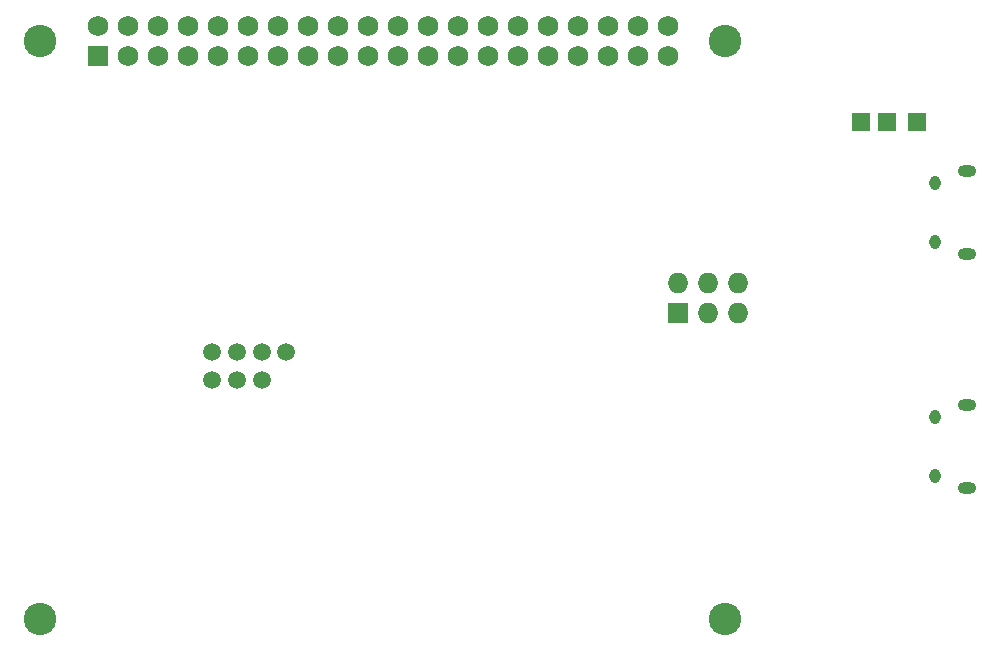
<source format=gbs>
G04 #@! TF.GenerationSoftware,KiCad,Pcbnew,no-vcs-found-7592~57~ubuntu16.04.1*
G04 #@! TF.CreationDate,2017-02-07T06:20:48+01:00*
G04 #@! TF.ProjectId,DuePi,44756550692E6B696361645F70636200,rev?*
G04 #@! TF.FileFunction,Soldermask,Bot*
G04 #@! TF.FilePolarity,Negative*
%FSLAX46Y46*%
G04 Gerber Fmt 4.6, Leading zero omitted, Abs format (unit mm)*
G04 Created by KiCad (PCBNEW no-vcs-found-7592~57~ubuntu16.04.1) date Tue Feb  7 06:20:48 2017*
%MOMM*%
%LPD*%
G01*
G04 APERTURE LIST*
%ADD10C,0.100000*%
%ADD11C,1.750000*%
%ADD12R,1.750000X1.750000*%
%ADD13C,2.750000*%
%ADD14C,1.500000*%
%ADD15O,1.727200X1.727200*%
%ADD16R,1.727200X1.727200*%
%ADD17R,1.500000X1.500000*%
%ADD18O,0.950000X1.250000*%
%ADD19O,1.550000X1.000000*%
G04 APERTURE END LIST*
D10*
D11*
X151040000Y-72820000D03*
X151040000Y-70280000D03*
X153580000Y-72820000D03*
X153580000Y-70280000D03*
X145960000Y-70280000D03*
X145960000Y-72820000D03*
D12*
X118020000Y-72820000D03*
D11*
X118020000Y-70280000D03*
X120560000Y-72820000D03*
X120560000Y-70280000D03*
X123100000Y-72820000D03*
X123100000Y-70280000D03*
X125640000Y-72820000D03*
X125640000Y-70280000D03*
X128180000Y-72820000D03*
X128180000Y-70280000D03*
X130720000Y-72820000D03*
X130720000Y-70280000D03*
X133260000Y-72820000D03*
X133260000Y-70280000D03*
X135800000Y-72820000D03*
X135800000Y-70280000D03*
X138340000Y-72820000D03*
X138340000Y-70280000D03*
X140880000Y-72820000D03*
X140880000Y-70280000D03*
X143420000Y-72820000D03*
X143420000Y-70280000D03*
X148500000Y-72820000D03*
X148500000Y-70280000D03*
X156120000Y-72820000D03*
X156120000Y-70280000D03*
X158660000Y-72820000D03*
X158660000Y-70280000D03*
X161200000Y-72820000D03*
X161200000Y-70280000D03*
X163740000Y-72820000D03*
X163740000Y-70280000D03*
X166280000Y-72820000D03*
X166280000Y-70280000D03*
D13*
X113150000Y-71550000D03*
X171150000Y-71550000D03*
X113150000Y-120550000D03*
X171150000Y-120550000D03*
D14*
X127700000Y-97900000D03*
X129800000Y-97950000D03*
X131900000Y-97950000D03*
X134000000Y-97950000D03*
X129800000Y-100300000D03*
X127700000Y-100300000D03*
D15*
X172212000Y-92110000D03*
X172212000Y-94650000D03*
X169672000Y-92110000D03*
X169672000Y-94650000D03*
X167132000Y-92110000D03*
D16*
X167132000Y-94650000D03*
D14*
X131900000Y-100330000D03*
D17*
X184880000Y-78460000D03*
X182640000Y-78460000D03*
X187390000Y-78450000D03*
D18*
X188937460Y-88606900D03*
X188937460Y-83606900D03*
D19*
X191637460Y-89606900D03*
X191637460Y-82606900D03*
X191637460Y-102418900D03*
X191637460Y-109418900D03*
D18*
X188937460Y-103418900D03*
X188937460Y-108418900D03*
M02*

</source>
